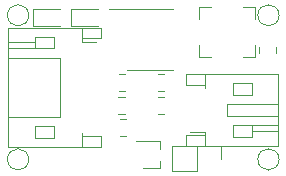
<source format=gto>
G04 #@! TF.GenerationSoftware,KiCad,Pcbnew,(5.1.4)-1*
G04 #@! TF.CreationDate,2020-03-01T13:43:41+08:00*
G04 #@! TF.ProjectId,Core-Charger,436f7265-2d43-4686-9172-6765722e6b69,rev?*
G04 #@! TF.SameCoordinates,Original*
G04 #@! TF.FileFunction,Legend,Top*
G04 #@! TF.FilePolarity,Positive*
%FSLAX46Y46*%
G04 Gerber Fmt 4.6, Leading zero omitted, Abs format (unit mm)*
G04 Created by KiCad (PCBNEW (5.1.4)-1) date 2020-03-01 13:43:41*
%MOMM*%
%LPD*%
G04 APERTURE LIST*
%ADD10C,0.100000*%
%ADD11C,0.120000*%
G04 APERTURE END LIST*
D10*
X128180000Y-96700000D02*
G75*
G03X128180000Y-96700000I-900000J0D01*
G01*
X149380000Y-84500000D02*
G75*
G03X149380000Y-84500000I-900000J0D01*
G01*
X128180000Y-84500000D02*
G75*
G03X128180000Y-84500000I-900000J0D01*
G01*
X149380000Y-96700000D02*
G75*
G03X149380000Y-96700000I-900000J0D01*
G01*
D11*
X139138922Y-91400000D02*
X139656078Y-91400000D01*
X139138922Y-92820000D02*
X139656078Y-92820000D01*
X147680000Y-87141422D02*
X147680000Y-87658578D01*
X149100000Y-87141422D02*
X149100000Y-87658578D01*
X135781422Y-91400000D02*
X136298578Y-91400000D01*
X135781422Y-92820000D02*
X136298578Y-92820000D01*
X135941422Y-94720000D02*
X136458578Y-94720000D01*
X135941422Y-93300000D02*
X136458578Y-93300000D01*
X135788922Y-89490000D02*
X136306078Y-89490000D01*
X135788922Y-90910000D02*
X136306078Y-90910000D01*
X130860000Y-83945000D02*
X128575000Y-83945000D01*
X128575000Y-83945000D02*
X128575000Y-85415000D01*
X128575000Y-85415000D02*
X130860000Y-85415000D01*
X134060000Y-83935000D02*
X131775000Y-83935000D01*
X131775000Y-83935000D02*
X131775000Y-85405000D01*
X131775000Y-85405000D02*
X134060000Y-85405000D01*
X132690000Y-86740000D02*
X132690000Y-86460000D01*
X132690000Y-86460000D02*
X134290000Y-86460000D01*
X134290000Y-86460000D02*
X134290000Y-85540000D01*
X134290000Y-85540000D02*
X126470000Y-85540000D01*
X126470000Y-85540000D02*
X126470000Y-95660000D01*
X126470000Y-95660000D02*
X134290000Y-95660000D01*
X134290000Y-95660000D02*
X134290000Y-94740000D01*
X134290000Y-94740000D02*
X132690000Y-94740000D01*
X132690000Y-94740000D02*
X132690000Y-94460000D01*
X126470000Y-88100000D02*
X130830000Y-88100000D01*
X130830000Y-88100000D02*
X130830000Y-93100000D01*
X130830000Y-93100000D02*
X126470000Y-93100000D01*
X132690000Y-85540000D02*
X132690000Y-86460000D01*
X132690000Y-95660000D02*
X132690000Y-94740000D01*
X130330000Y-86300000D02*
X128730000Y-86300000D01*
X128730000Y-86300000D02*
X128730000Y-87300000D01*
X128730000Y-87300000D02*
X130330000Y-87300000D01*
X130330000Y-87300000D02*
X130330000Y-86300000D01*
X130330000Y-94900000D02*
X128730000Y-94900000D01*
X128730000Y-94900000D02*
X128730000Y-93900000D01*
X128730000Y-93900000D02*
X130330000Y-93900000D01*
X130330000Y-93900000D02*
X130330000Y-94900000D01*
X128730000Y-87300000D02*
X126470000Y-87300000D01*
X128730000Y-86800000D02*
X126470000Y-86800000D01*
X132690000Y-86740000D02*
X133905000Y-86740000D01*
X143090000Y-94370000D02*
X143090000Y-94650000D01*
X143090000Y-94650000D02*
X141490000Y-94650000D01*
X141490000Y-94650000D02*
X141490000Y-95570000D01*
X141490000Y-95570000D02*
X149310000Y-95570000D01*
X149310000Y-95570000D02*
X149310000Y-89450000D01*
X149310000Y-89450000D02*
X141490000Y-89450000D01*
X141490000Y-89450000D02*
X141490000Y-90370000D01*
X141490000Y-90370000D02*
X143090000Y-90370000D01*
X143090000Y-90370000D02*
X143090000Y-90650000D01*
X149310000Y-93010000D02*
X144950000Y-93010000D01*
X144950000Y-93010000D02*
X144950000Y-92010000D01*
X144950000Y-92010000D02*
X149310000Y-92010000D01*
X143090000Y-95570000D02*
X143090000Y-94650000D01*
X143090000Y-89450000D02*
X143090000Y-90370000D01*
X145450000Y-94810000D02*
X147050000Y-94810000D01*
X147050000Y-94810000D02*
X147050000Y-93810000D01*
X147050000Y-93810000D02*
X145450000Y-93810000D01*
X145450000Y-93810000D02*
X145450000Y-94810000D01*
X145450000Y-90210000D02*
X147050000Y-90210000D01*
X147050000Y-90210000D02*
X147050000Y-91210000D01*
X147050000Y-91210000D02*
X145450000Y-91210000D01*
X145450000Y-91210000D02*
X145450000Y-90210000D01*
X147050000Y-93810000D02*
X149310000Y-93810000D01*
X147050000Y-94310000D02*
X149310000Y-94310000D01*
X143090000Y-94370000D02*
X141875000Y-94370000D01*
X142575000Y-83790000D02*
X142575000Y-84815000D01*
X142575000Y-83790000D02*
X143600000Y-83790000D01*
X147345000Y-83790000D02*
X146320000Y-83790000D01*
X147345000Y-83790000D02*
X147345000Y-84815000D01*
X147345000Y-88010000D02*
X147345000Y-86985000D01*
X142575000Y-88010000D02*
X142575000Y-86985000D01*
X147345000Y-88010000D02*
X146320000Y-88010000D01*
X142575000Y-88010000D02*
X143600000Y-88010000D01*
X139310000Y-96800000D02*
X139310000Y-97460000D01*
X139310000Y-95140000D02*
X139310000Y-95800000D01*
X139310000Y-95140000D02*
X137280000Y-95140000D01*
X137900000Y-97460000D02*
X139310000Y-97460000D01*
X139668578Y-89510000D02*
X139151422Y-89510000D01*
X139668578Y-90930000D02*
X139151422Y-90930000D01*
X138470000Y-89110000D02*
X140420000Y-89110000D01*
X138470000Y-89110000D02*
X136520000Y-89110000D01*
X138470000Y-83990000D02*
X140420000Y-83990000D01*
X138470000Y-83990000D02*
X135020000Y-83990000D01*
X140330000Y-95570000D02*
X140330000Y-97690000D01*
X142390000Y-95570000D02*
X140330000Y-95570000D01*
X142390000Y-97690000D02*
X140330000Y-97690000D01*
X142390000Y-95570000D02*
X142390000Y-97690000D01*
X143390000Y-95570000D02*
X144450000Y-95570000D01*
X144450000Y-95570000D02*
X144450000Y-96630000D01*
M02*

</source>
